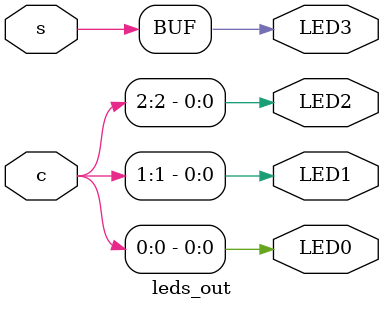
<source format=v>
module leds_out(
    input wire [2:0]c,
    input wire s,
    output wire LED0,
    output wire LED1,
    output wire LED2,
    output wire LED3
);
assign LED0 = c[0];
assign LED1 = c[1];
assign LED2 = c[2];
assign LED3 = s;

endmodule
</source>
